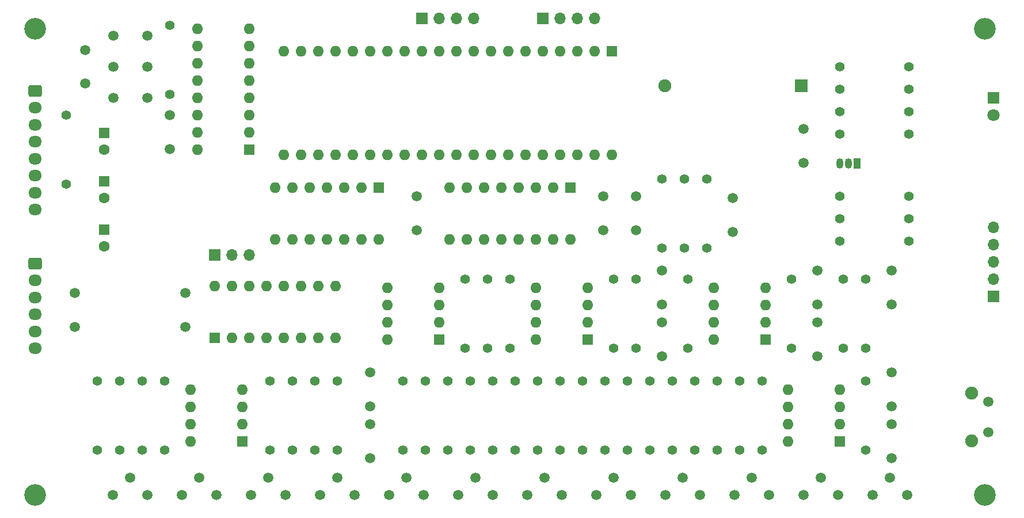
<source format=gbr>
%TF.GenerationSoftware,KiCad,Pcbnew,8.0.0*%
%TF.CreationDate,2024-03-07T09:04:59+08:00*%
%TF.ProjectId,control_board,636f6e74-726f-46c5-9f62-6f6172642e6b,1.0*%
%TF.SameCoordinates,Original*%
%TF.FileFunction,Soldermask,Bot*%
%TF.FilePolarity,Negative*%
%FSLAX46Y46*%
G04 Gerber Fmt 4.6, Leading zero omitted, Abs format (unit mm)*
G04 Created by KiCad (PCBNEW 8.0.0) date 2024-03-07 09:04:59*
%MOMM*%
%LPD*%
G01*
G04 APERTURE LIST*
G04 Aperture macros list*
%AMRoundRect*
0 Rectangle with rounded corners*
0 $1 Rounding radius*
0 $2 $3 $4 $5 $6 $7 $8 $9 X,Y pos of 4 corners*
0 Add a 4 corners polygon primitive as box body*
4,1,4,$2,$3,$4,$5,$6,$7,$8,$9,$2,$3,0*
0 Add four circle primitives for the rounded corners*
1,1,$1+$1,$2,$3*
1,1,$1+$1,$4,$5*
1,1,$1+$1,$6,$7*
1,1,$1+$1,$8,$9*
0 Add four rect primitives between the rounded corners*
20,1,$1+$1,$2,$3,$4,$5,0*
20,1,$1+$1,$4,$5,$6,$7,0*
20,1,$1+$1,$6,$7,$8,$9,0*
20,1,$1+$1,$8,$9,$2,$3,0*%
G04 Aperture macros list end*
%ADD10C,1.400000*%
%ADD11C,1.500000*%
%ADD12R,1.900000X1.900000*%
%ADD13C,1.900000*%
%ADD14R,1.600000X1.600000*%
%ADD15O,1.600000X1.600000*%
%ADD16C,3.200000*%
%ADD17C,1.600000*%
%ADD18R,1.700000X1.700000*%
%ADD19O,1.700000X1.700000*%
%ADD20RoundRect,0.250000X-0.725000X0.600000X-0.725000X-0.600000X0.725000X-0.600000X0.725000X0.600000X0*%
%ADD21O,1.950000X1.700000*%
%ADD22R,1.050000X1.500000*%
%ADD23O,1.050000X1.500000*%
%ADD24R,1.800000X1.800000*%
%ADD25C,1.800000*%
G04 APERTURE END LIST*
D10*
%TO.C,R5*%
X183134000Y-85852000D03*
X172974000Y-85852000D03*
%TD*%
D11*
%TO.C,RV1*%
X106680000Y-123190000D03*
X109220000Y-120650000D03*
X111760000Y-123190000D03*
%TD*%
D10*
%TO.C,R26*%
X118618000Y-106426000D03*
X118618000Y-116586000D03*
%TD*%
D12*
%TO.C,BT1*%
X167240000Y-62992000D03*
D13*
X147240000Y-62992000D03*
%TD*%
D10*
%TO.C,R17*%
X131826000Y-116586000D03*
X131826000Y-106426000D03*
%TD*%
%TO.C,R15*%
X173482000Y-101600000D03*
X173482000Y-91440000D03*
%TD*%
%TO.C,R22*%
X151638000Y-116586000D03*
X151638000Y-106426000D03*
%TD*%
%TO.C,R30*%
X141732000Y-116586000D03*
X141732000Y-106426000D03*
%TD*%
D11*
%TO.C,RV5*%
X177800000Y-123190000D03*
X180340000Y-120650000D03*
X182880000Y-123190000D03*
%TD*%
D14*
%TO.C,U9*%
X135880000Y-100320000D03*
D15*
X135880000Y-97780000D03*
X135880000Y-95240000D03*
X135880000Y-92700000D03*
X128260000Y-92700000D03*
X128260000Y-95240000D03*
X128260000Y-97780000D03*
X128260000Y-100320000D03*
%TD*%
D11*
%TO.C,C12*%
X146812000Y-90210000D03*
X146812000Y-95210000D03*
%TD*%
%TO.C,C10*%
X169672000Y-97830000D03*
X169672000Y-102830000D03*
%TD*%
D10*
%TO.C,R47*%
X95758000Y-106426000D03*
X95758000Y-116586000D03*
%TD*%
D11*
%TO.C,C5*%
X110744000Y-84288000D03*
X110744000Y-79288000D03*
%TD*%
%TO.C,C18*%
X103886000Y-117816005D03*
X103886000Y-112816005D03*
%TD*%
%TO.C,C16*%
X103886000Y-110196005D03*
X103886000Y-105196005D03*
%TD*%
%TO.C,C19*%
X60452000Y-98512000D03*
X60452000Y-93512000D03*
%TD*%
D10*
%TO.C,R58*%
X172974000Y-70104000D03*
X183134000Y-70104000D03*
%TD*%
%TO.C,R28*%
X150622000Y-91440000D03*
X150622000Y-101600000D03*
%TD*%
D11*
%TO.C,C3*%
X143002000Y-84288000D03*
X143002000Y-79288000D03*
%TD*%
D10*
%TO.C,R43*%
X92456000Y-116586000D03*
X92456000Y-106426000D03*
%TD*%
D11*
%TO.C,C17*%
X180594000Y-105196000D03*
X180594000Y-110196000D03*
%TD*%
D10*
%TO.C,R49*%
X67056000Y-116586000D03*
X67056000Y-106426000D03*
%TD*%
D16*
%TO.C,H2*%
X194310000Y-54610000D03*
%TD*%
D11*
%TO.C,RV7*%
X147320000Y-123190000D03*
X149860000Y-120650000D03*
X152400000Y-123190000D03*
%TD*%
D14*
%TO.C,C25*%
X64770000Y-84161621D03*
D17*
X64770000Y-86661621D03*
%TD*%
D14*
%TO.C,U1*%
X86096000Y-72400000D03*
D15*
X86096000Y-69860000D03*
X86096000Y-67320000D03*
X86096000Y-64780000D03*
X86096000Y-62240000D03*
X86096000Y-59700000D03*
X86096000Y-57160000D03*
X86096000Y-54620000D03*
X78476000Y-54620000D03*
X78476000Y-57160000D03*
X78476000Y-59700000D03*
X78476000Y-62240000D03*
X78476000Y-64780000D03*
X78476000Y-67320000D03*
X78476000Y-69860000D03*
X78476000Y-72400000D03*
%TD*%
D10*
%TO.C,R34*%
X158242000Y-106426000D03*
X158242000Y-116586000D03*
%TD*%
D18*
%TO.C,J1*%
X111506000Y-53086000D03*
D19*
X114046000Y-53086000D03*
X116586000Y-53086000D03*
X119126000Y-53086000D03*
%TD*%
D10*
%TO.C,R25*%
X125222000Y-116586000D03*
X125222000Y-106426000D03*
%TD*%
%TO.C,R36*%
X145034000Y-106426000D03*
X145034000Y-116586000D03*
%TD*%
D14*
%TO.C,U4*%
X105161000Y-77988000D03*
D15*
X102621000Y-77988000D03*
X100081000Y-77988000D03*
X97541000Y-77988000D03*
X95001000Y-77988000D03*
X92461000Y-77988000D03*
X89921000Y-77988000D03*
X89921000Y-85608000D03*
X92461000Y-85608000D03*
X95001000Y-85608000D03*
X97541000Y-85608000D03*
X100081000Y-85608000D03*
X102621000Y-85608000D03*
X105161000Y-85608000D03*
%TD*%
D19*
%TO.C,J2*%
X136906000Y-53086000D03*
X134366000Y-53086000D03*
X131826000Y-53086000D03*
D18*
X129286000Y-53086000D03*
%TD*%
D11*
%TO.C,C15*%
X146812000Y-97830000D03*
X146812000Y-102830000D03*
%TD*%
%TO.C,C8*%
X157226000Y-84542000D03*
X157226000Y-79542000D03*
%TD*%
D10*
%TO.C,R1*%
X74422000Y-64262000D03*
X74422000Y-54102000D03*
%TD*%
D11*
%TO.C,C7*%
X66080000Y-55626000D03*
X71080000Y-55626000D03*
%TD*%
D18*
%TO.C,JP1*%
X81026000Y-87884000D03*
D19*
X83566000Y-87884000D03*
X86106000Y-87884000D03*
%TD*%
D10*
%TO.C,R53*%
X70358000Y-106426000D03*
X70358000Y-116586000D03*
%TD*%
D14*
%TO.C,U7*%
X172964000Y-115306000D03*
D15*
X172964000Y-112766000D03*
X172964000Y-110226000D03*
X172964000Y-107686000D03*
X165344000Y-107686000D03*
X165344000Y-110226000D03*
X165344000Y-112766000D03*
X165344000Y-115306000D03*
%TD*%
D14*
%TO.C,U6*%
X162042000Y-100320000D03*
D15*
X162042000Y-97780000D03*
X162042000Y-95240000D03*
X162042000Y-92700000D03*
X154422000Y-92700000D03*
X154422000Y-95240000D03*
X154422000Y-97780000D03*
X154422000Y-100320000D03*
%TD*%
D10*
%TO.C,R50*%
X63754000Y-116586000D03*
X63754000Y-106426000D03*
%TD*%
%TO.C,R46*%
X99060000Y-106426000D03*
X99060000Y-116586000D03*
%TD*%
D11*
%TO.C,C6*%
X66080000Y-64770000D03*
X71080000Y-64770000D03*
%TD*%
D10*
%TO.C,R8*%
X176784000Y-91440000D03*
X176784000Y-101600000D03*
%TD*%
%TO.C,R23*%
X176784000Y-116586000D03*
X176784000Y-106426000D03*
%TD*%
D11*
%TO.C,RV8*%
X157480000Y-123190000D03*
X160020000Y-120650000D03*
X162560000Y-123190000D03*
%TD*%
D14*
%TO.C,U3*%
X139441000Y-57907000D03*
D15*
X136901000Y-57907000D03*
X134361000Y-57907000D03*
X131821000Y-57907000D03*
X129281000Y-57907000D03*
X126741000Y-57907000D03*
X124201000Y-57907000D03*
X121661000Y-57907000D03*
X119121000Y-57907000D03*
X116581000Y-57907000D03*
X114041000Y-57907000D03*
X111501000Y-57907000D03*
X108961000Y-57907000D03*
X106421000Y-57907000D03*
X103881000Y-57907000D03*
X101341000Y-57907000D03*
X98801000Y-57907000D03*
X96261000Y-57907000D03*
X93721000Y-57907000D03*
X91181000Y-57907000D03*
X91181000Y-73147000D03*
X93721000Y-73147000D03*
X96261000Y-73147000D03*
X98801000Y-73147000D03*
X101341000Y-73147000D03*
X103881000Y-73147000D03*
X106421000Y-73147000D03*
X108961000Y-73147000D03*
X111501000Y-73147000D03*
X114041000Y-73147000D03*
X116581000Y-73147000D03*
X119121000Y-73147000D03*
X121661000Y-73147000D03*
X124201000Y-73147000D03*
X126741000Y-73147000D03*
X129281000Y-73147000D03*
X131821000Y-73147000D03*
X134361000Y-73147000D03*
X136901000Y-73147000D03*
X139441000Y-73147000D03*
%TD*%
D11*
%TO.C,C11*%
X169672000Y-95210000D03*
X169672000Y-90210000D03*
%TD*%
D10*
%TO.C,R6*%
X59182000Y-67310000D03*
X59182000Y-77470000D03*
%TD*%
%TO.C,R20*%
X121158000Y-101600000D03*
X121158000Y-91440000D03*
%TD*%
%TO.C,R39*%
X139700000Y-91440000D03*
X139700000Y-101600000D03*
%TD*%
D20*
%TO.C,J6*%
X54610000Y-89154000D03*
D21*
X54610000Y-91654000D03*
X54610000Y-94154000D03*
X54610000Y-96654000D03*
X54610000Y-99154000D03*
X54610000Y-101654000D03*
%TD*%
D11*
%TO.C,C20*%
X167640000Y-69382000D03*
X167640000Y-74382000D03*
%TD*%
D14*
%TO.C,C23*%
X64770000Y-69937621D03*
D17*
X64770000Y-72437621D03*
%TD*%
D14*
%TO.C,U11*%
X85080000Y-115306000D03*
D15*
X85080000Y-112766000D03*
X85080000Y-110226000D03*
X85080000Y-107686000D03*
X77460000Y-107686000D03*
X77460000Y-110226000D03*
X77460000Y-112766000D03*
X77460000Y-115306000D03*
%TD*%
D10*
%TO.C,R7*%
X183134000Y-79248000D03*
X172974000Y-79248000D03*
%TD*%
%TO.C,R56*%
X172974000Y-63500000D03*
X183134000Y-63500000D03*
%TD*%
D14*
%TO.C,U2*%
X133360000Y-77988000D03*
D15*
X130820000Y-77988000D03*
X128280000Y-77988000D03*
X125740000Y-77988000D03*
X123200000Y-77988000D03*
X120660000Y-77988000D03*
X118120000Y-77988000D03*
X115580000Y-77988000D03*
X115580000Y-85608000D03*
X118120000Y-85608000D03*
X120660000Y-85608000D03*
X123200000Y-85608000D03*
X125740000Y-85608000D03*
X128280000Y-85608000D03*
X130820000Y-85608000D03*
X133360000Y-85608000D03*
%TD*%
D16*
%TO.C,H1*%
X54610000Y-54610000D03*
%TD*%
D11*
%TO.C,C9*%
X180594000Y-90210000D03*
X180594000Y-95210000D03*
%TD*%
D10*
%TO.C,R57*%
X172974000Y-66802000D03*
X183134000Y-66802000D03*
%TD*%
%TO.C,R3*%
X146812000Y-76708000D03*
X146812000Y-86868000D03*
%TD*%
D11*
%TO.C,RV3*%
X167640000Y-123190000D03*
X170180000Y-120650000D03*
X172720000Y-123190000D03*
%TD*%
D10*
%TO.C,R55*%
X153416000Y-76708000D03*
X153416000Y-86868000D03*
%TD*%
%TO.C,R14*%
X112014000Y-106426000D03*
X112014000Y-116586000D03*
%TD*%
%TO.C,R32*%
X138430000Y-106426000D03*
X138430000Y-116586000D03*
%TD*%
%TO.C,R12*%
X121920000Y-116586000D03*
X121920000Y-106426000D03*
%TD*%
%TO.C,R35*%
X154940000Y-116586000D03*
X154940000Y-106426000D03*
%TD*%
D11*
%TO.C,C4*%
X71080000Y-60198000D03*
X66080000Y-60198000D03*
%TD*%
D18*
%TO.C,J4*%
X195580000Y-93980000D03*
D19*
X195580000Y-91440000D03*
X195580000Y-88900000D03*
X195580000Y-86360000D03*
X195580000Y-83820000D03*
%TD*%
D10*
%TO.C,R10*%
X165862000Y-91440000D03*
X165862000Y-101600000D03*
%TD*%
D16*
%TO.C,H3*%
X54610000Y-123190000D03*
%TD*%
D10*
%TO.C,R16*%
X115316000Y-116586000D03*
X115316000Y-106426000D03*
%TD*%
%TO.C,R4*%
X172974000Y-82550000D03*
X183134000Y-82550000D03*
%TD*%
D11*
%TO.C,C13*%
X180594000Y-117816000D03*
X180594000Y-112816000D03*
%TD*%
%TO.C,RV12*%
X76200000Y-123190000D03*
X78740000Y-120650000D03*
X81280000Y-123190000D03*
%TD*%
D16*
%TO.C,H4*%
X194310000Y-123190000D03*
%TD*%
D22*
%TO.C,Q1*%
X175514000Y-74422000D03*
D23*
X174244000Y-74422000D03*
X172974000Y-74422000D03*
%TD*%
D10*
%TO.C,R19*%
X128524000Y-106426000D03*
X128524000Y-116586000D03*
%TD*%
D11*
%TO.C,RV11*%
X66040000Y-123190000D03*
X68580000Y-120650000D03*
X71120000Y-123190000D03*
%TD*%
D10*
%TO.C,R21*%
X148336000Y-106426000D03*
X148336000Y-116586000D03*
%TD*%
%TO.C,R45*%
X89154000Y-116586000D03*
X89154000Y-106426000D03*
%TD*%
D11*
%TO.C,RV6*%
X137160000Y-123190000D03*
X139700000Y-120650000D03*
X142240000Y-123190000D03*
%TD*%
D10*
%TO.C,R52*%
X73660000Y-106426000D03*
X73660000Y-116586000D03*
%TD*%
D14*
%TO.C,U8*%
X114036000Y-100320000D03*
D15*
X114036000Y-97780000D03*
X114036000Y-95240000D03*
X114036000Y-92700000D03*
X106416000Y-92700000D03*
X106416000Y-95240000D03*
X106416000Y-97780000D03*
X106416000Y-100320000D03*
%TD*%
D14*
%TO.C,U10*%
X81016000Y-100066000D03*
D15*
X83556000Y-100066000D03*
X86096000Y-100066000D03*
X88636000Y-100066000D03*
X91176000Y-100066000D03*
X93716000Y-100066000D03*
X96256000Y-100066000D03*
X98796000Y-100066000D03*
X98796000Y-92446000D03*
X96256000Y-92446000D03*
X93716000Y-92446000D03*
X91176000Y-92446000D03*
X88636000Y-92446000D03*
X86096000Y-92446000D03*
X83556000Y-92446000D03*
X81016000Y-92446000D03*
%TD*%
D11*
%TO.C,C1*%
X74422000Y-72350000D03*
X74422000Y-67350000D03*
%TD*%
%TO.C,RV4*%
X127000000Y-123190000D03*
X129540000Y-120650000D03*
X132080000Y-123190000D03*
%TD*%
D10*
%TO.C,R59*%
X183134000Y-60198000D03*
X172974000Y-60198000D03*
%TD*%
D11*
%TO.C,RV9*%
X86360000Y-123190000D03*
X88900000Y-120650000D03*
X91440000Y-123190000D03*
%TD*%
D20*
%TO.C,J8*%
X54610000Y-63754000D03*
D21*
X54610000Y-66254000D03*
X54610000Y-68754000D03*
X54610000Y-71254000D03*
X54610000Y-73754000D03*
X54610000Y-76254000D03*
X54610000Y-78754000D03*
X54610000Y-81254000D03*
%TD*%
D11*
%TO.C,Y1*%
X61976000Y-62648000D03*
X61976000Y-57768000D03*
%TD*%
D13*
%TO.C,SW1*%
X192318000Y-115260000D03*
X192318000Y-108260000D03*
D11*
X194818000Y-114010000D03*
X194818000Y-109510000D03*
%TD*%
D24*
%TO.C,D1*%
X195580000Y-64765000D03*
D25*
X195580000Y-67305000D03*
%TD*%
D10*
%TO.C,R38*%
X135128000Y-116586000D03*
X135128000Y-106426000D03*
%TD*%
%TO.C,R41*%
X161544000Y-106426000D03*
X161544000Y-116586000D03*
%TD*%
D11*
%TO.C,RV2*%
X116840000Y-123190000D03*
X119380000Y-120650000D03*
X121920000Y-123190000D03*
%TD*%
D14*
%TO.C,C24*%
X64770000Y-77049621D03*
D17*
X64770000Y-79549621D03*
%TD*%
D11*
%TO.C,RV10*%
X96520000Y-123190000D03*
X99060000Y-120650000D03*
X101600000Y-123190000D03*
%TD*%
D10*
%TO.C,R33*%
X124460000Y-101600000D03*
X124460000Y-91440000D03*
%TD*%
%TO.C,R2*%
X150114000Y-76708000D03*
X150114000Y-86868000D03*
%TD*%
%TO.C,R11*%
X108712000Y-106426000D03*
X108712000Y-116586000D03*
%TD*%
%TO.C,R42*%
X143002000Y-91440000D03*
X143002000Y-101600000D03*
%TD*%
D11*
%TO.C,C14*%
X76708000Y-93512000D03*
X76708000Y-98512000D03*
%TD*%
D10*
%TO.C,R29*%
X117856000Y-91440000D03*
X117856000Y-101600000D03*
%TD*%
D11*
%TO.C,C2*%
X138176000Y-84288000D03*
X138176000Y-79288000D03*
%TD*%
M02*

</source>
